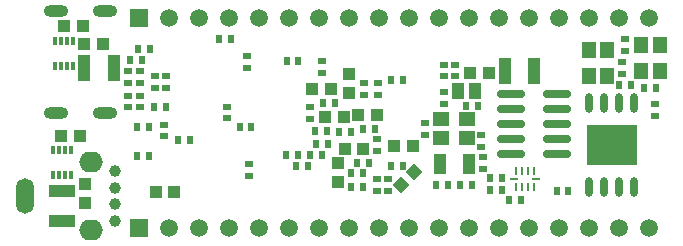
<source format=gbs>
G04*
G04 #@! TF.GenerationSoftware,Altium Limited,Altium Designer,20.2.6 (244)*
G04*
G04 Layer_Color=16711935*
%FSLAX25Y25*%
%MOIN*%
G70*
G04*
G04 #@! TF.SameCoordinates,16F8584A-9F4C-4420-89FF-FEA793B533B6*
G04*
G04*
G04 #@! TF.FilePolarity,Negative*
G04*
G01*
G75*
%ADD23R,0.02756X0.02362*%
%ADD33O,0.08268X0.03937*%
%ADD34C,0.05906*%
%ADD35R,0.05906X0.05906*%
%ADD36O,0.05906X0.11811*%
%ADD37C,0.03937*%
%ADD38O,0.07874X0.06890*%
%ADD39C,0.01968*%
%ADD64R,0.02362X0.02756*%
%ADD65P,0.05568X4X360.0*%
%ADD66R,0.03937X0.03937*%
%ADD67R,0.04331X0.08661*%
%ADD68R,0.04724X0.05512*%
%ADD69R,0.08661X0.04331*%
%ADD70R,0.03937X0.03937*%
%ADD71R,0.01181X0.03150*%
%ADD72O,0.00984X0.03150*%
%ADD73O,0.03150X0.00984*%
%ADD74O,0.09449X0.02992*%
%ADD75O,0.02362X0.06693*%
%ADD76R,0.16929X0.13386*%
%ADD77R,0.05512X0.04724*%
%ADD78R,0.04331X0.05512*%
%ADD79R,0.03937X0.07087*%
D23*
X530600Y298868D02*
D03*
Y294932D02*
D03*
X608400Y334032D02*
D03*
Y337968D02*
D03*
X562100Y306269D02*
D03*
Y302331D02*
D03*
X609700Y341632D02*
D03*
Y345568D02*
D03*
X452769Y329337D02*
D03*
Y333274D02*
D03*
X553000Y333132D02*
D03*
Y337069D02*
D03*
X549200Y333132D02*
D03*
Y337069D02*
D03*
X443926Y330894D02*
D03*
Y334832D02*
D03*
X484301Y303877D02*
D03*
Y299940D02*
D03*
X476800Y323068D02*
D03*
Y319131D02*
D03*
X483700Y339769D02*
D03*
Y335831D02*
D03*
X443926Y322795D02*
D03*
Y326731D02*
D03*
X527100Y326932D02*
D03*
Y330869D02*
D03*
X522600Y326932D02*
D03*
Y330869D02*
D03*
X527000Y298868D02*
D03*
Y294932D02*
D03*
X447726Y334832D02*
D03*
Y330894D02*
D03*
X456602Y329337D02*
D03*
Y333274D02*
D03*
X455800Y313131D02*
D03*
Y317069D02*
D03*
X447726Y326731D02*
D03*
Y322795D02*
D03*
X504700Y322969D02*
D03*
Y319032D02*
D03*
X619700Y323868D02*
D03*
Y319932D02*
D03*
X527000Y308231D02*
D03*
Y312169D02*
D03*
X549200Y327969D02*
D03*
Y324031D02*
D03*
X542800Y313732D02*
D03*
Y317669D02*
D03*
X508700Y334331D02*
D03*
Y338268D02*
D03*
X561600Y313668D02*
D03*
Y309732D02*
D03*
D33*
X419731Y354808D02*
D03*
Y320792D02*
D03*
X436069D02*
D03*
Y354808D02*
D03*
D34*
X617500Y352500D02*
D03*
X607500D02*
D03*
X597500D02*
D03*
X587500D02*
D03*
X577500D02*
D03*
X567500D02*
D03*
X557500D02*
D03*
X547500D02*
D03*
X537500D02*
D03*
X527500D02*
D03*
X517500D02*
D03*
X507500D02*
D03*
X497500D02*
D03*
X487500D02*
D03*
X477500D02*
D03*
X467500D02*
D03*
X457500D02*
D03*
X617500Y282500D02*
D03*
X607500D02*
D03*
X597500D02*
D03*
X587500D02*
D03*
X577500D02*
D03*
X567500D02*
D03*
X557500D02*
D03*
X547500D02*
D03*
X537500D02*
D03*
X527500D02*
D03*
X517500D02*
D03*
X507500D02*
D03*
X497500D02*
D03*
X487500D02*
D03*
X477500D02*
D03*
X467500D02*
D03*
X457500D02*
D03*
D35*
X447500Y352500D02*
D03*
Y282500D02*
D03*
D36*
X409579Y293300D02*
D03*
D37*
X439500Y285032D02*
D03*
Y290544D02*
D03*
Y296056D02*
D03*
Y301568D02*
D03*
D38*
X431626Y304619D02*
D03*
Y281981D02*
D03*
D39*
X599194Y314237D02*
D03*
Y310300D02*
D03*
Y306363D02*
D03*
X603131Y314237D02*
D03*
Y310300D02*
D03*
Y306363D02*
D03*
X607068Y314237D02*
D03*
Y310300D02*
D03*
Y306363D02*
D03*
X611005Y314237D02*
D03*
Y310300D02*
D03*
Y306363D02*
D03*
D64*
X500568Y307000D02*
D03*
X496631D02*
D03*
X504531D02*
D03*
X508468D02*
D03*
X616032Y329100D02*
D03*
X619969D02*
D03*
X474131Y345500D02*
D03*
X478068D02*
D03*
X560569Y323100D02*
D03*
X556632D02*
D03*
X506331Y314800D02*
D03*
X510268D02*
D03*
X452670Y322770D02*
D03*
X456607D02*
D03*
X568469Y295200D02*
D03*
X564532D02*
D03*
X568469Y299300D02*
D03*
X564532D02*
D03*
X481067Y316220D02*
D03*
X485004D02*
D03*
X574768Y292000D02*
D03*
X570831D02*
D03*
X611568Y330200D02*
D03*
X607631D02*
D03*
X464628Y312062D02*
D03*
X460691D02*
D03*
X450869Y306700D02*
D03*
X446932D02*
D03*
X450869Y316200D02*
D03*
X446932D02*
D03*
X451268Y342400D02*
D03*
X447331D02*
D03*
X586731Y294900D02*
D03*
X590668D02*
D03*
X522168Y296100D02*
D03*
X518231D02*
D03*
X518268Y314700D02*
D03*
X514331D02*
D03*
X512769Y324400D02*
D03*
X508832D02*
D03*
X522231Y315500D02*
D03*
X526168D02*
D03*
X500646Y338172D02*
D03*
X496709D02*
D03*
X531632Y331800D02*
D03*
X535569D02*
D03*
X444431Y338600D02*
D03*
X448369D02*
D03*
X531431Y303400D02*
D03*
X535368D02*
D03*
X506632Y310600D02*
D03*
X510569D02*
D03*
X524168Y304200D02*
D03*
X520231D02*
D03*
X522168Y300800D02*
D03*
X518231D02*
D03*
X499931Y303200D02*
D03*
X503868D02*
D03*
X558468Y296800D02*
D03*
X554531D02*
D03*
X546531Y296800D02*
D03*
X550468D02*
D03*
D65*
X539227Y301227D02*
D03*
X534773Y296773D02*
D03*
D66*
X564050Y334100D02*
D03*
X557750D02*
D03*
X421650Y313100D02*
D03*
X427950D02*
D03*
X532450Y309800D02*
D03*
X538750Y309800D02*
D03*
X459350Y294500D02*
D03*
X453050D02*
D03*
X505250Y329000D02*
D03*
X511550D02*
D03*
X422650Y349800D02*
D03*
X428950D02*
D03*
X515750Y319600D02*
D03*
X509450D02*
D03*
X520550Y320400D02*
D03*
X526850D02*
D03*
X435550Y343800D02*
D03*
X429250D02*
D03*
X522350Y308900D02*
D03*
X516050D02*
D03*
D67*
X579341Y334800D02*
D03*
X569459D02*
D03*
X429359Y335900D02*
D03*
X439241D02*
D03*
D68*
X614887Y334765D02*
D03*
X621186D02*
D03*
X614887Y343426D02*
D03*
X621186D02*
D03*
X597387Y333265D02*
D03*
X603686D02*
D03*
X597387Y341926D02*
D03*
X603686D02*
D03*
D69*
X421800Y294841D02*
D03*
Y284959D02*
D03*
D70*
X429500Y290950D02*
D03*
Y297250D02*
D03*
X517400Y327650D02*
D03*
Y333950D02*
D03*
X514000Y297950D02*
D03*
Y304250D02*
D03*
D71*
X424853Y300286D02*
D03*
X422884D02*
D03*
X420916D02*
D03*
X418947D02*
D03*
X424853Y308514D02*
D03*
X422884D02*
D03*
X420916D02*
D03*
X418947D02*
D03*
X425453Y336686D02*
D03*
X423484D02*
D03*
X421516D02*
D03*
X419547D02*
D03*
X425453Y344914D02*
D03*
X423484D02*
D03*
X421516D02*
D03*
X419547D02*
D03*
D72*
X573247Y301557D02*
D03*
X575216D02*
D03*
X577184D02*
D03*
X579153D02*
D03*
Y296242D02*
D03*
X577184D02*
D03*
X575216D02*
D03*
X573247D02*
D03*
D73*
X579842Y298900D02*
D03*
X572558D02*
D03*
D74*
X571413Y327100D02*
D03*
X586987D02*
D03*
X571413Y322100D02*
D03*
X586987D02*
D03*
X571413Y317100D02*
D03*
X586987D02*
D03*
Y312100D02*
D03*
Y307100D02*
D03*
X571413Y312100D02*
D03*
Y307100D02*
D03*
D75*
X612600Y296324D02*
D03*
X607600D02*
D03*
X602600D02*
D03*
X597600D02*
D03*
X612600Y324276D02*
D03*
X607600D02*
D03*
X602600D02*
D03*
X597600D02*
D03*
D76*
X605100Y310300D02*
D03*
D77*
X556835Y312587D02*
D03*
Y318886D02*
D03*
X548174Y312587D02*
D03*
Y318886D02*
D03*
D78*
X559653Y328300D02*
D03*
X553747D02*
D03*
D79*
X557621Y304000D02*
D03*
X547779D02*
D03*
M02*

</source>
